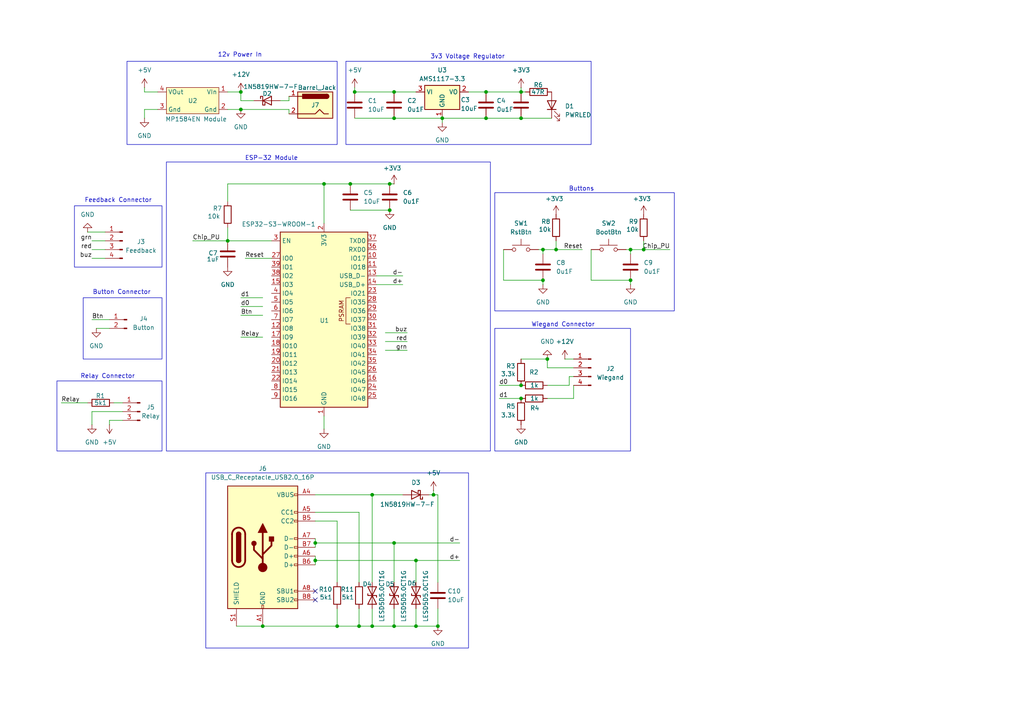
<source format=kicad_sch>
(kicad_sch (version 20250114) (generator "eeschema") (generator_version "9.0")
  (paper "A4")
  (title_block (title "HMIS Lock Module") (company "Leicester Hackspace Ltd"))
  (lib_symbols
    (symbol "Connector:Barrel_Jack" (pin_names (offset 1.016))
      (property "Reference" "J" (at 0 5.334 0))
      (property "Value" "Barrel_Jack" (at 0 -5.08 0))
      (symbol "Barrel_Jack_0_1"
        (rectangle (start -5.08 3.81) (end 5.08 -3.81) (stroke (width 0.254)) (fill (type background)))
        (polyline (pts (xy -3.81 -2.54) (xy -2.54 -2.54) (xy -1.27 -1.27) (xy 0 -2.54) (xy 2.54 -2.54) (xy 5.08 -2.54)) (stroke (width 0.254)))
        (arc (start -3.302 1.905) (mid -3.9343 2.54) (end -3.302 3.175) (stroke (width 0.254)))
        (arc (start -3.302 1.905) (mid -3.9343 2.54) (end -3.302 3.175) (stroke (width 0.254)) (fill (type outline)))
        (rectangle (start 3.683 3.175) (end -3.302 1.905) (stroke (width 0.254)) (fill (type outline)))
        (polyline (pts (xy 5.08 2.54) (xy 3.81 2.54)) (stroke (width 0.254)))
      )
      (symbol "Barrel_Jack_1_1"
        (pin passive line (at 7.62 2.54 180) (length 2.54) (name "~") (number "1"))
        (pin passive line (at 7.62 -2.54 180) (length 2.54) (name "~") (number "2"))
      )
    )
    (symbol "Connector:Conn_01x02_Pin" (pin_names (offset 1.016) (hide yes))
      (property "Reference" "J" (at 0 2.54 0))
      (property "Value" "Conn_01x02_Pin" (at 0 -5.08 0))
      (symbol "Conn_01x02_Pin_1_1"
        (rectangle (start 0.8636 0.127) (end 0 -0.127) (stroke (width 0.1524)) (fill (type outline)))
        (rectangle (start 0.8636 -2.413) (end 0 -2.667) (stroke (width 0.1524)) (fill (type outline)))
        (polyline (pts (xy 1.27 0) (xy 0.8636 0)) (stroke (width 0.1524)))
        (polyline (pts (xy 1.27 -2.54) (xy 0.8636 -2.54)) (stroke (width 0.1524)))
        (pin passive line (at 5.08 0 180) (length 3.81) (name "Pin_1") (number "1"))
        (pin passive line (at 5.08 -2.54 180) (length 3.81) (name "Pin_2") (number "2"))
      )
    )
    (symbol "Connector:Conn_01x03_Pin" (pin_names (offset 1.016) (hide yes))
      (property "Reference" "J" (at 0 5.08 0))
      (property "Value" "Conn_01x03_Pin" (at 0 -5.08 0))
      (symbol "Conn_01x03_Pin_1_1"
        (rectangle (start 0.8636 2.667) (end 0 2.413) (stroke (width 0.1524)) (fill (type outline)))
        (rectangle (start 0.8636 0.127) (end 0 -0.127) (stroke (width 0.1524)) (fill (type outline)))
        (rectangle (start 0.8636 -2.413) (end 0 -2.667) (stroke (width 0.1524)) (fill (type outline)))
        (polyline (pts (xy 1.27 2.54) (xy 0.8636 2.54)) (stroke (width 0.1524)))
        (polyline (pts (xy 1.27 0) (xy 0.8636 0)) (stroke (width 0.1524)))
        (polyline (pts (xy 1.27 -2.54) (xy 0.8636 -2.54)) (stroke (width 0.1524)))
        (pin passive line (at 5.08 2.54 180) (length 3.81) (name "Pin_1") (number "1"))
        (pin passive line (at 5.08 0 180) (length 3.81) (name "Pin_2") (number "2"))
        (pin passive line (at 5.08 -2.54 180) (length 3.81) (name "Pin_3") (number "3"))
      )
    )
    (symbol "Connector:Conn_01x04_Pin" (pin_names (offset 1.016) (hide yes))
      (property "Reference" "J" (at 0 5.08 0))
      (property "Value" "Conn_01x04_Pin" (at 0 -7.62 0))
      (symbol "Conn_01x04_Pin_1_1"
        (rectangle (start 0.8636 2.667) (end 0 2.413) (stroke (width 0.1524)) (fill (type outline)))
        (rectangle (start 0.8636 0.127) (end 0 -0.127) (stroke (width 0.1524)) (fill (type outline)))
        (rectangle (start 0.8636 -2.413) (end 0 -2.667) (stroke (width 0.1524)) (fill (type outline)))
        (rectangle (start 0.8636 -4.953) (end 0 -5.207) (stroke (width 0.1524)) (fill (type outline)))
        (polyline (pts (xy 1.27 2.54) (xy 0.8636 2.54)) (stroke (width 0.1524)))
        (polyline (pts (xy 1.27 0) (xy 0.8636 0)) (stroke (width 0.1524)))
        (polyline (pts (xy 1.27 -2.54) (xy 0.8636 -2.54)) (stroke (width 0.1524)))
        (polyline (pts (xy 1.27 -5.08) (xy 0.8636 -5.08)) (stroke (width 0.1524)))
        (pin passive line (at 5.08 2.54 180) (length 3.81) (name "Pin_1") (number "1"))
        (pin passive line (at 5.08 0 180) (length 3.81) (name "Pin_2") (number "2"))
        (pin passive line (at 5.08 -2.54 180) (length 3.81) (name "Pin_3") (number "3"))
        (pin passive line (at 5.08 -5.08 180) (length 3.81) (name "Pin_4") (number "4"))
      )
    )
    (symbol "Connector:USB_C_Receptacle_USB2.0_16P" (pin_names (offset 1.016))
      (property "Reference" "J" (at 0 22.225 0))
      (property "Value" "USB_C_Receptacle_USB2.0_16P" (at 0 19.685 0))
      (symbol "USB_C_Receptacle_USB2.0_16P_0_0"
        (rectangle (start -0.254 -17.78) (end 0.254 -16.764))
        (rectangle (start 10.16 15.494) (end 9.144 14.986))
        (rectangle (start 10.16 10.414) (end 9.144 9.906))
        (rectangle (start 10.16 7.874) (end 9.144 7.366))
        (rectangle (start 10.16 2.794) (end 9.144 2.286))
        (rectangle (start 10.16 0.254) (end 9.144 -0.254))
        (rectangle (start 10.16 -2.286) (end 9.144 -2.794))
        (rectangle (start 10.16 -4.826) (end 9.144 -5.334))
        (rectangle (start 10.16 -12.446) (end 9.144 -12.954))
        (rectangle (start 10.16 -14.986) (end 9.144 -15.494))
      )
      (symbol "USB_C_Receptacle_USB2.0_16P_0_1"
        (rectangle (start -10.16 17.78) (end 10.16 -17.78) (stroke (width 0.254)) (fill (type background)))
        (polyline (pts (xy -8.89 -3.81) (xy -8.89 3.81)) (stroke (width 0.508)))
        (rectangle (start -7.62 -3.81) (end -6.35 3.81) (stroke (width 0.254)) (fill (type outline)))
        (arc (start -7.62 3.81) (mid -6.985 4.4423) (end -6.35 3.81) (stroke (width 0.254)))
        (arc (start -7.62 3.81) (mid -6.985 4.4423) (end -6.35 3.81) (stroke (width 0.254)) (fill (type outline)))
        (arc (start -8.89 3.81) (mid -6.985 5.7067) (end -5.08 3.81) (stroke (width 0.508)))
        (arc (start -5.08 -3.81) (mid -6.985 -5.7067) (end -8.89 -3.81) (stroke (width 0.508)))
        (arc (start -6.35 -3.81) (mid -6.985 -4.4423) (end -7.62 -3.81) (stroke (width 0.254)))
        (arc (start -6.35 -3.81) (mid -6.985 -4.4423) (end -7.62 -3.81) (stroke (width 0.254)) (fill (type outline)))
        (polyline (pts (xy -5.08 3.81) (xy -5.08 -3.81)) (stroke (width 0.508)))
        (circle (center -2.54 1.143) (radius 0.635) (stroke (width 0.254)) (fill (type outline)))
        (polyline (pts (xy -1.27 4.318) (xy 0 6.858) (xy 1.27 4.318) (xy -1.27 4.318)) (stroke (width 0.254)) (fill (type outline)))
        (polyline (pts (xy 0 -2.032) (xy 2.54 0.508) (xy 2.54 1.778)) (stroke (width 0.508)))
        (polyline (pts (xy 0 -3.302) (xy -2.54 -0.762) (xy -2.54 0.508)) (stroke (width 0.508)))
        (polyline (pts (xy 0 -5.842) (xy 0 4.318)) (stroke (width 0.508)))
        (circle (center 0 -5.842) (radius 1.27) (fill (type outline)))
        (rectangle (start 1.905 1.778) (end 3.175 3.048) (stroke (width 0.254)) (fill (type outline)))
      )
      (symbol "USB_C_Receptacle_USB2.0_16P_1_1"
        (pin passive line (at -7.62 -22.86 90) (length 5.08) (name "SHIELD") (number "S1"))
        (pin passive line (at 0 -22.86 90) (length 5.08) (name "GND") (number "A1"))
        (pin passive line (at 0 -22.86 90) (length 5.08) (hide yes) (name "GND") (number "A12"))
        (pin passive line (at 0 -22.86 90) (length 5.08) (hide yes) (name "GND") (number "B1"))
        (pin passive line (at 0 -22.86 90) (length 5.08) (hide yes) (name "GND") (number "B12"))
        (pin passive line (at 15.24 15.24 180) (length 5.08) (name "VBUS") (number "A4"))
        (pin passive line (at 15.24 15.24 180) (length 5.08) (hide yes) (name "VBUS") (number "A9"))
        (pin passive line (at 15.24 15.24 180) (length 5.08) (hide yes) (name "VBUS") (number "B4"))
        (pin passive line (at 15.24 15.24 180) (length 5.08) (hide yes) (name "VBUS") (number "B9"))
        (pin bidirectional line (at 15.24 10.16 180) (length 5.08) (name "CC1") (number "A5"))
        (pin bidirectional line (at 15.24 7.62 180) (length 5.08) (name "CC2") (number "B5"))
        (pin bidirectional line (at 15.24 2.54 180) (length 5.08) (name "D-") (number "A7"))
        (pin bidirectional line (at 15.24 0 180) (length 5.08) (name "D-") (number "B7"))
        (pin bidirectional line (at 15.24 -2.54 180) (length 5.08) (name "D+") (number "A6"))
        (pin bidirectional line (at 15.24 -5.08 180) (length 5.08) (name "D+") (number "B6"))
        (pin bidirectional line (at 15.24 -12.7 180) (length 5.08) (name "SBU1") (number "A8"))
        (pin bidirectional line (at 15.24 -15.24 180) (length 5.08) (name "SBU2") (number "B8"))
      )
    )
    (symbol "Device:C" (pin_numbers (hide yes)) (pin_names (offset 0.254))
      (property "Reference" "C" (at 0.635 2.54 0))
      (property "Value" "C" (at 0.635 -2.54 0))
      (symbol "C_0_1"
        (polyline (pts (xy -2.032 0.762) (xy 2.032 0.762)) (stroke (width 0.508)))
        (polyline (pts (xy -2.032 -0.762) (xy 2.032 -0.762)) (stroke (width 0.508)))
      )
      (symbol "C_1_1"
        (pin passive line (at 0 3.81 270) (length 2.794) (name "~") (number "1"))
        (pin passive line (at 0 -3.81 90) (length 2.794) (name "~") (number "2"))
      )
    )
    (symbol "Device:D_Schottky" (pin_numbers (hide yes)) (pin_names (offset 1.016) (hide yes))
      (property "Reference" "D" (at 0 2.54 0))
      (property "Value" "D_Schottky" (at 0 -2.54 0))
      (symbol "D_Schottky_0_1"
        (polyline (pts (xy -1.905 0.635) (xy -1.905 1.27) (xy -1.27 1.27) (xy -1.27 -1.27) (xy -0.635 -1.27) (xy -0.635 -0.635)) (stroke (width 0.254)))
        (polyline (pts (xy 1.27 1.27) (xy 1.27 -1.27) (xy -1.27 0) (xy 1.27 1.27)) (stroke (width 0.254)))
        (polyline (pts (xy 1.27 0) (xy -1.27 0)))
      )
      (symbol "D_Schottky_1_1"
        (pin passive line (at -3.81 0 0) (length 2.54) (name "K") (number "1"))
        (pin passive line (at 3.81 0 180) (length 2.54) (name "A") (number "2"))
      )
    )
    (symbol "Device:D_TVS" (pin_numbers (hide yes)) (pin_names (offset 1.016) (hide yes))
      (property "Reference" "D" (at 0 2.54 0))
      (property "Value" "D_TVS" (at 0 -2.54 0))
      (symbol "D_TVS_0_1"
        (polyline (pts (xy -2.54 1.27) (xy -2.54 -1.27) (xy 2.54 1.27) (xy 2.54 -1.27) (xy -2.54 1.27)) (stroke (width 0.254)))
        (polyline (pts (xy 0.508 1.27) (xy 0 1.27) (xy 0 -1.27) (xy -0.508 -1.27)) (stroke (width 0.254)))
        (polyline (pts (xy 1.27 0) (xy -1.27 0)))
      )
      (symbol "D_TVS_1_1"
        (pin passive line (at -3.81 0 0) (length 2.54) (name "A1") (number "1"))
        (pin passive line (at 3.81 0 180) (length 2.54) (name "A2") (number "2"))
      )
    )
    (symbol "Device:LED" (pin_numbers (hide yes)) (pin_names (offset 1.016) (hide yes))
      (property "Reference" "D" (at 0 2.54 0))
      (property "Value" "LED" (at 0 -2.54 0))
      (symbol "LED_0_1"
        (polyline (pts (xy -3.048 -0.762) (xy -4.572 -2.286) (xy -3.81 -2.286) (xy -4.572 -2.286) (xy -4.572 -1.524)))
        (polyline (pts (xy -1.778 -0.762) (xy -3.302 -2.286) (xy -2.54 -2.286) (xy -3.302 -2.286) (xy -3.302 -1.524)))
        (polyline (pts (xy -1.27 0) (xy 1.27 0)))
        (polyline (pts (xy -1.27 -1.27) (xy -1.27 1.27)) (stroke (width 0.254)))
        (polyline (pts (xy 1.27 -1.27) (xy 1.27 1.27) (xy -1.27 0) (xy 1.27 -1.27)) (stroke (width 0.254)))
      )
      (symbol "LED_1_1"
        (pin passive line (at -3.81 0 0) (length 2.54) (name "K") (number "1"))
        (pin passive line (at 3.81 0 180) (length 2.54) (name "A") (number "2"))
      )
    )
    (symbol "Device:R" (pin_numbers (hide yes)) (pin_names (offset 0))
      (property "Reference" "R" (at 2.032 0 90))
      (property "Value" "R" (at 0 0 90))
      (symbol "R_0_1"
        (rectangle (start -1.016 -2.54) (end 1.016 2.54) (stroke (width 0.254)))
      )
      (symbol "R_1_1"
        (pin passive line (at 0 3.81 270) (length 1.27) (name "~") (number "1"))
        (pin passive line (at 0 -3.81 90) (length 1.27) (name "~") (number "2"))
      )
    )
    (symbol "RF_Module:ESP32-S3-WROOM-1"
      (property "Reference" "U" (at -12.7 26.67 0))
      (property "Value" "ESP32-S3-WROOM-1" (at 12.7 26.67 0))
      (symbol "ESP32-S3-WROOM-1_0_0"
        (rectangle (start -12.7 25.4) (end 12.7 -25.4) (stroke (width 0.254)) (fill (type background)))
        (text "PSRAM" (at 5.08 2.54 900) (effects (font (size 1.27 1.27))))
      )
      (symbol "ESP32-S3-WROOM-1_0_1"
        (polyline (pts (xy 7.62 -1.27) (xy 6.35 -1.27) (xy 6.35 6.35) (xy 7.62 6.35)))
      )
      (symbol "ESP32-S3-WROOM-1_1_1"
        (pin input line (at -15.24 22.86 0) (length 2.54) (name "EN") (number "3"))
        (pin bidirectional line (at -15.24 17.78 0) (length 2.54) (name "IO0") (number "27"))
        (pin bidirectional line (at -15.24 15.24 0) (length 2.54) (name "IO1") (number "39"))
        (pin bidirectional line (at -15.24 12.7 0) (length 2.54) (name "IO2") (number "38"))
        (pin bidirectional line (at -15.24 10.16 0) (length 2.54) (name "IO3") (number "15"))
        (pin bidirectional line (at -15.24 7.62 0) (length 2.54) (name "IO4") (number "4"))
        (pin bidirectional line (at -15.24 5.08 0) (length 2.54) (name "IO5") (number "5"))
        (pin bidirectional line (at -15.24 2.54 0) (length 2.54) (name "IO6") (number "6"))
        (pin bidirectional line (at -15.24 0 0) (length 2.54) (name "IO7") (number "7"))
        (pin bidirectional line (at -15.24 -2.54 0) (length 2.54) (name "IO8") (number "12"))
        (pin bidirectional line (at -15.24 -5.08 0) (length 2.54) (name "IO9") (number "17"))
        (pin bidirectional line (at -15.24 -7.62 0) (length 2.54) (name "IO10") (number "18"))
        (pin bidirectional line (at -15.24 -10.16 0) (length 2.54) (name "IO11") (number "19"))
        (pin bidirectional line (at -15.24 -12.7 0) (length 2.54) (name "IO12") (number "20"))
        (pin bidirectional line (at -15.24 -15.24 0) (length 2.54) (name "IO13") (number "21"))
        (pin bidirectional line (at -15.24 -17.78 0) (length 2.54) (name "IO14") (number "22"))
        (pin bidirectional line (at -15.24 -20.32 0) (length 2.54) (name "IO15") (number "8"))
        (pin bidirectional line (at -15.24 -22.86 0) (length 2.54) (name "IO16") (number "9"))
        (pin power_in line (at 0 27.94 270) (length 2.54) (name "3V3") (number "2"))
        (pin power_in line (at 0 -27.94 90) (length 2.54) (name "GND") (number "1"))
        (pin passive line (at 0 -27.94 90) (length 2.54) (hide yes) (name "GND") (number "40"))
        (pin passive line (at 0 -27.94 90) (length 2.54) (hide yes) (name "GND") (number "41"))
        (pin bidirectional line (at 15.24 22.86 180) (length 2.54) (name "TXD0") (number "37"))
        (pin bidirectional line (at 15.24 20.32 180) (length 2.54) (name "RXD0") (number "36"))
        (pin bidirectional line (at 15.24 17.78 180) (length 2.54) (name "IO17") (number "10"))
        (pin bidirectional line (at 15.24 15.24 180) (length 2.54) (name "IO18") (number "11"))
        (pin bidirectional line (at 15.24 12.7 180) (length 2.54) (name "USB_D-") (number "13"))
        (pin bidirectional line (at 15.24 10.16 180) (length 2.54) (name "USB_D+") (number "14"))
        (pin bidirectional line (at 15.24 7.62 180) (length 2.54) (name "IO21") (number "23"))
        (pin bidirectional line (at 15.24 5.08 180) (length 2.54) (name "IO35") (number "28"))
        (pin bidirectional line (at 15.24 2.54 180) (length 2.54) (name "IO36") (number "29"))
        (pin bidirectional line (at 15.24 0 180) (length 2.54) (name "IO37") (number "30"))
        (pin bidirectional line (at 15.24 -2.54 180) (length 2.54) (name "IO38") (number "31"))
        (pin bidirectional line (at 15.24 -5.08 180) (length 2.54) (name "IO39") (number "32"))
        (pin bidirectional line (at 15.24 -7.62 180) (length 2.54) (name "IO40") (number "33"))
        (pin bidirectional line (at 15.24 -10.16 180) (length 2.54) (name "IO41") (number "34"))
        (pin bidirectional line (at 15.24 -12.7 180) (length 2.54) (name "IO42") (number "35"))
        (pin bidirectional line (at 15.24 -15.24 180) (length 2.54) (name "IO45") (number "26"))
        (pin bidirectional line (at 15.24 -17.78 180) (length 2.54) (name "IO46") (number "16"))
        (pin bidirectional line (at 15.24 -20.32 180) (length 2.54) (name "IO47") (number "24"))
        (pin bidirectional line (at 15.24 -22.86 180) (length 2.54) (name "IO48") (number "25"))
      )
    )
    (symbol "Regulator_Linear:AMS1117-3.3"
      (property "Reference" "U" (at -3.81 3.175 0))
      (property "Value" "AMS1117-3.3" (at 0 3.175 0))
      (symbol "AMS1117-3.3_0_1"
        (rectangle (start -5.08 -5.08) (end 5.08 1.905) (stroke (width 0.254)) (fill (type background)))
      )
      (symbol "AMS1117-3.3_1_1"
        (pin power_in line (at -7.62 0 0) (length 2.54) (name "VI") (number "3"))
        (pin power_in line (at 0 -7.62 90) (length 2.54) (name "GND") (number "1"))
        (pin power_out line (at 7.62 0 180) (length 2.54) (name "VO") (number "2"))
      )
    )
    (symbol "Switch:SW_Push" (pin_numbers (hide yes)) (pin_names (offset 1.016) (hide yes))
      (property "Reference" "SW" (at 1.27 2.54 0))
      (property "Value" "SW_Push" (at 0 -1.524 0))
      (symbol "SW_Push_0_1"
        (circle (center -2.032 0) (radius 0.508))
        (polyline (pts (xy 0 1.27) (xy 0 3.048)))
        (circle (center 2.032 0) (radius 0.508))
        (polyline (pts (xy 2.54 1.27) (xy -2.54 1.27)))
        (pin passive line (at -5.08 0 0) (length 2.54) (name "1") (number "1"))
        (pin passive line (at 5.08 0 180) (length 2.54) (name "2") (number "2"))
      )
    )
    (symbol "jacobs-libs:MP1584EN_Module"
      (property "Reference" "U" (at -7.112 4.826 0))
      (property "Value" "MP1584EN Module" (at 1.016 -4.826 0))
      (symbol "MP1584EN_Module_1_1"
        (rectangle (start -7.62 3.81) (end 7.62 -3.81) (fill (type background)))
        (pin power_out line (at -10.16 2.54 0) (length 2.54) (name "VOut") (number "4"))
        (pin power_out line (at -10.16 -2.54 0) (length 2.54) (name "Gnd") (number "3"))
        (pin power_in line (at 10.16 2.54 180) (length 2.54) (name "VIn") (number "1"))
        (pin power_in line (at 10.16 -2.54 180) (length 2.54) (name "Gnd") (number "2"))
      )
    )
    (symbol "power:+12V" (power) (pin_numbers (hide yes)) (pin_names (offset 0) (hide yes))
      (property "Value" "+12V" (at 0 3.556 0))
      (symbol "+12V_0_1"
        (polyline (pts (xy -0.762 1.27) (xy 0 2.54)))
        (polyline (pts (xy 0 2.54) (xy 0.762 1.27)))
        (polyline (pts (xy 0 0) (xy 0 2.54)))
      )
      (symbol "+12V_1_1"
        (pin power_in line (at 0 0 90) (length 0) (name "~") (number "1"))
      )
    )
    (symbol "power:+3V3" (power) (pin_numbers (hide yes)) (pin_names (offset 0) (hide yes))
      (property "Value" "+3V3" (at 0 3.556 0))
      (symbol "+3V3_0_1"
        (polyline (pts (xy -0.762 1.27) (xy 0 2.54)))
        (polyline (pts (xy 0 2.54) (xy 0.762 1.27)))
        (polyline (pts (xy 0 0) (xy 0 2.54)))
      )
      (symbol "+3V3_1_1"
        (pin power_in line (at 0 0 90) (length 0) (name "~") (number "1"))
      )
    )
    (symbol "power:+5V" (power) (pin_numbers (hide yes)) (pin_names (offset 0) (hide yes))
      (property "Value" "+5V" (at 0 3.556 0))
      (symbol "+5V_0_1"
        (polyline (pts (xy -0.762 1.27) (xy 0 2.54)))
        (polyline (pts (xy 0 2.54) (xy 0.762 1.27)))
        (polyline (pts (xy 0 0) (xy 0 2.54)))
      )
      (symbol "+5V_1_1"
        (pin power_in line (at 0 0 90) (length 0) (name "~") (number "1"))
      )
    )
    (symbol "power:GND" (power) (pin_numbers (hide yes)) (pin_names (offset 0) (hide yes))
      (property "Value" "GND" (at 0 -3.81 0))
      (symbol "GND_0_1"
        (polyline (pts (xy 0 0) (xy 0 -1.27) (xy 1.27 -1.27) (xy 0 -2.54) (xy -1.27 -1.27) (xy 0 -1.27)))
      )
      (symbol "GND_1_1"
        (pin power_in line (at 0 0 270) (length 0) (name "~") (number "1"))
      )
    )
  )
  (rectangle (start 59.69 137.16) (end 135.89 187.96))
  (rectangle (start 36.83 17.78) (end 97.79 41.91))
  (rectangle (start 21.59 59.69) (end 46.99 77.47))
  (rectangle (start 100.33 17.78) (end 171.45 41.91))
  (rectangle (start 24.13 86.36) (end 46.99 104.14))
  (rectangle (start 143.51 95.25) (end 182.88 130.81))
  (rectangle (start 48.26 46.99) (end 142.24 130.81))
  (rectangle (start 16.51 110.49) (end 46.99 130.81))
  (rectangle (start 143.51 55.88) (end 195.58 90.17))
  (text "Relay Connector" (at 31.242 109.22 0) (effects (font (size 1.27 1.27))))
  (text "Wiegand Connector" (at 163.322 94.234 0) (effects (font (size 1.27 1.27))))
  (text "Feedback Connector" (at 34.29 58.166 0) (effects (font (size 1.27 1.27))))
  (text "ESP-32 Module" (at 78.74 45.974 0) (effects (font (size 1.27 1.27))))
  (text "3v3 Voltage Regulator" (at 135.636 16.51 0) (effects (font (size 1.27 1.27))))
  (text "Buttons" (at 168.656 54.864 0) (effects (font (size 1.27 1.27))))
  (text "12v Power In" (at 69.596 16.002 0) (effects (font (size 1.27 1.27))))
  (text "Button Connector" (at 35.306 84.836 0) (effects (font (size 1.27 1.27))))
  (junction (at 182.88 81.28))
  (junction (at 151.13 34.29))
  (junction (at 69.85 31.75))
  (junction (at 161.29 72.39))
  (junction (at 120.65 162.56))
  (junction (at 114.3 157.48))
  (junction (at 97.79 181.61))
  (junction (at 157.48 72.39))
  (junction (at 107.95 181.61))
  (junction (at 114.3 181.61))
  (junction (at 113.03 60.96))
  (junction (at 93.98 53.34))
  (junction (at 157.48 81.28))
  (junction (at 66.04 69.85))
  (junction (at 127 181.61))
  (junction (at 151.13 115.57))
  (junction (at 125.73 143.51))
  (junction (at 128.27 34.29))
  (junction (at 151.13 111.76))
  (junction (at 113.03 53.34))
  (junction (at 101.6 53.34))
  (junction (at 104.14 181.61))
  (junction (at 120.65 181.61))
  (junction (at 69.85 26.67))
  (junction (at 114.3 34.29))
  (junction (at 140.97 26.67))
  (junction (at 186.69 72.39))
  (junction (at 158.75 104.14))
  (junction (at 91.44 162.56))
  (junction (at 151.13 26.67))
  (junction (at 102.87 26.67))
  (junction (at 76.2 181.61))
  (junction (at 140.97 34.29))
  (junction (at 114.3 26.67))
  (junction (at 91.44 157.48))
  (junction (at 107.95 143.51))
  (junction (at 182.88 72.39))
  (no_connect (at 91.44 173.99))
  (no_connect (at 91.44 171.45))
  (wire (pts (xy 107.95 181.61) (xy 114.3 181.61)))
  (wire (pts (xy 157.48 72.39) (xy 161.29 72.39)))
  (wire (pts (xy 163.83 104.14) (xy 166.37 104.14)))
  (wire (pts (xy 186.69 72.39) (xy 194.31 72.39)))
  (wire (pts (xy 114.3 176.53) (xy 114.3 181.61)))
  (wire (pts (xy 114.3 26.67) (xy 120.65 26.67)))
  (wire (pts (xy 111.76 96.52) (xy 118.11 96.52)))
  (wire (pts (xy 91.44 143.51) (xy 107.95 143.51)))
  (wire (pts (xy 69.85 29.21) (xy 73.66 29.21)))
  (wire (pts (xy 102.87 25.4) (xy 102.87 26.67)))
  (wire (pts (xy 97.79 151.13) (xy 91.44 151.13)))
  (wire (pts (xy 69.85 86.36) (xy 76.2 86.36)))
  (wire (pts (xy 45.72 26.67) (xy 41.91 26.67)))
  (wire (pts (xy 69.85 91.44) (xy 76.2 91.44)))
  (wire (pts (xy 26.67 72.39) (xy 30.48 72.39)))
  (wire (pts (xy 66.04 53.34) (xy 66.04 58.42)))
  (wire (pts (xy 41.91 31.75) (xy 41.91 34.29)))
  (wire (pts (xy 151.13 25.4) (xy 151.13 26.67)))
  (wire (pts (xy 31.75 121.92) (xy 35.56 121.92)))
  (wire (pts (xy 111.76 99.06) (xy 118.11 99.06)))
  (wire (pts (xy 182.88 73.66) (xy 182.88 72.39)))
  (wire (pts (xy 26.67 119.38) (xy 26.67 123.19)))
  (wire (pts (xy 93.98 53.34) (xy 93.98 64.77)))
  (wire (pts (xy 69.85 31.75) (xy 83.82 31.75)))
  (wire (pts (xy 120.65 162.56) (xy 120.65 168.91)))
  (wire (pts (xy 81.28 29.21) (xy 83.82 29.21)))
  (wire (pts (xy 140.97 34.29) (xy 151.13 34.29)))
  (wire (pts (xy 166.37 115.57) (xy 166.37 111.76)))
  (wire (pts (xy 166.37 106.68) (xy 158.75 106.68)))
  (wire (pts (xy 71.12 74.93) (xy 78.74 74.93)))
  (wire (pts (xy 91.44 162.56) (xy 91.44 163.83)))
  (wire (pts (xy 66.04 53.34) (xy 93.98 53.34)))
  (wire (pts (xy 104.14 181.61) (xy 107.95 181.61)))
  (wire (pts (xy 114.3 53.34) (xy 113.03 53.34)))
  (wire (pts (xy 161.29 72.39) (xy 168.91 72.39)))
  (wire (pts (xy 109.22 82.55) (xy 116.84 82.55)))
  (wire (pts (xy 158.75 104.14) (xy 158.75 106.68)))
  (wire (pts (xy 76.2 181.61) (xy 97.79 181.61)))
  (wire (pts (xy 91.44 157.48) (xy 91.44 158.75)))
  (wire (pts (xy 120.65 162.56) (xy 133.35 162.56)))
  (wire (pts (xy 186.69 69.85) (xy 186.69 72.39)))
  (wire (pts (xy 165.1 109.22) (xy 165.1 111.76)))
  (wire (pts (xy 182.88 72.39) (xy 181.61 72.39)))
  (wire (pts (xy 151.13 26.67) (xy 152.4 26.67)))
  (wire (pts (xy 128.27 34.29) (xy 140.97 34.29)))
  (wire (pts (xy 91.44 156.21) (xy 91.44 157.48)))
  (wire (pts (xy 31.75 123.19) (xy 31.75 121.92)))
  (wire (pts (xy 157.48 82.55) (xy 157.48 81.28)))
  (wire (pts (xy 69.85 97.79) (xy 76.2 97.79)))
  (wire (pts (xy 107.95 176.53) (xy 107.95 181.61)))
  (wire (pts (xy 27.94 95.25) (xy 31.75 95.25)))
  (wire (pts (xy 17.78 116.84) (xy 25.4 116.84)))
  (wire (pts (xy 35.56 119.38) (xy 26.67 119.38)))
  (wire (pts (xy 102.87 34.29) (xy 114.3 34.29)))
  (wire (pts (xy 114.3 157.48) (xy 133.35 157.48)))
  (wire (pts (xy 135.89 26.67) (xy 140.97 26.67)))
  (wire (pts (xy 91.44 148.59) (xy 104.14 148.59)))
  (wire (pts (xy 101.6 53.34) (xy 113.03 53.34)))
  (wire (pts (xy 66.04 31.75) (xy 69.85 31.75)))
  (wire (pts (xy 161.29 69.85) (xy 161.29 72.39)))
  (wire (pts (xy 26.67 69.85) (xy 30.48 69.85)))
  (wire (pts (xy 114.3 181.61) (xy 120.65 181.61)))
  (wire (pts (xy 69.85 88.9) (xy 76.2 88.9)))
  (wire (pts (xy 104.14 176.53) (xy 104.14 181.61)))
  (wire (pts (xy 128.27 34.29) (xy 128.27 35.56)))
  (wire (pts (xy 114.3 34.29) (xy 128.27 34.29)))
  (wire (pts (xy 120.65 181.61) (xy 127 181.61)))
  (wire (pts (xy 171.45 81.28) (xy 182.88 81.28)))
  (wire (pts (xy 45.72 31.75) (xy 41.91 31.75)))
  (wire (pts (xy 104.14 148.59) (xy 104.14 168.91)))
  (wire (pts (xy 127 176.53) (xy 127 181.61)))
  (wire (pts (xy 69.85 26.67) (xy 66.04 26.67)))
  (wire (pts (xy 107.95 143.51) (xy 107.95 168.91)))
  (wire (pts (xy 144.78 111.76) (xy 151.13 111.76)))
  (wire (pts (xy 83.82 31.75) (xy 83.82 33.02)))
  (wire (pts (xy 41.91 26.67) (xy 41.91 25.4)))
  (wire (pts (xy 97.79 168.91) (xy 97.79 151.13)))
  (wire (pts (xy 151.13 104.14) (xy 158.75 104.14)))
  (wire (pts (xy 144.78 115.57) (xy 151.13 115.57)))
  (wire (pts (xy 114.3 157.48) (xy 114.3 168.91)))
  (wire (pts (xy 165.1 109.22) (xy 166.37 109.22)))
  (wire (pts (xy 124.46 143.51) (xy 125.73 143.51)))
  (wire (pts (xy 158.75 115.57) (xy 166.37 115.57)))
  (wire (pts (xy 111.76 101.6) (xy 118.11 101.6)))
  (wire (pts (xy 127 168.91) (xy 127 143.51)))
  (wire (pts (xy 157.48 73.66) (xy 157.48 72.39)))
  (wire (pts (xy 127 143.51) (xy 125.73 143.51)))
  (wire (pts (xy 97.79 176.53) (xy 97.79 181.61)))
  (wire (pts (xy 33.02 116.84) (xy 35.56 116.84)))
  (wire (pts (xy 55.88 69.85) (xy 66.04 69.85)))
  (wire (pts (xy 97.79 181.61) (xy 104.14 181.61)))
  (wire (pts (xy 83.82 29.21) (xy 83.82 27.94)))
  (wire (pts (xy 26.67 92.71) (xy 31.75 92.71)))
  (wire (pts (xy 109.22 80.01) (xy 116.84 80.01)))
  (wire (pts (xy 120.65 162.56) (xy 91.44 162.56)))
  (wire (pts (xy 91.44 157.48) (xy 114.3 157.48)))
  (wire (pts (xy 151.13 34.29) (xy 160.02 34.29)))
  (wire (pts (xy 26.67 74.93) (xy 30.48 74.93)))
  (wire (pts (xy 25.4 67.31) (xy 30.48 67.31)))
  (wire (pts (xy 125.73 142.24) (xy 125.73 143.51)))
  (wire (pts (xy 158.75 111.76) (xy 165.1 111.76)))
  (wire (pts (xy 66.04 69.85) (xy 78.74 69.85)))
  (wire (pts (xy 171.45 72.39) (xy 171.45 81.28)))
  (wire (pts (xy 101.6 60.96) (xy 113.03 60.96)))
  (wire (pts (xy 140.97 26.67) (xy 151.13 26.67)))
  (wire (pts (xy 68.58 181.61) (xy 76.2 181.61)))
  (wire (pts (xy 146.05 72.39) (xy 146.05 81.28)))
  (wire (pts (xy 102.87 26.67) (xy 114.3 26.67)))
  (wire (pts (xy 182.88 72.39) (xy 186.69 72.39)))
  (wire (pts (xy 69.85 29.21) (xy 69.85 26.67)))
  (wire (pts (xy 91.44 161.29) (xy 91.44 162.56)))
  (wire (pts (xy 66.04 66.04) (xy 66.04 69.85)))
  (wire (pts (xy 120.65 176.53) (xy 120.65 181.61)))
  (wire (pts (xy 93.98 53.34) (xy 101.6 53.34)))
  (wire (pts (xy 157.48 72.39) (xy 156.21 72.39)))
  (wire (pts (xy 107.95 143.51) (xy 116.84 143.51)))
  (wire (pts (xy 182.88 82.55) (xy 182.88 81.28)))
  (wire (pts (xy 146.05 81.28) (xy 157.48 81.28)))
  (wire (pts (xy 93.98 124.46) (xy 93.98 120.65)))
  (label "d1" (at 144.78 115.57 0))
  (label "buz" (at 118.11 96.52 180))
  (label "Reset" (at 71.12 74.93 0))
  (label "d-" (at 133.35 157.48 180))
  (label "buz" (at 26.67 74.93 180))
  (label "Relay" (at 69.85 97.79 0))
  (label "Relay" (at 17.78 116.84 0))
  (label "grn" (at 26.67 69.85 180))
  (label "d0" (at 69.85 88.9 0))
  (label "d0" (at 144.78 111.76 0))
  (label "d+" (at 116.84 82.55 180))
  (label "Btn" (at 69.85 91.44 0))
  (label "Chip_PU" (at 55.88 69.85 0))
  (label "Chip_PU" (at 194.31 72.39 180))
  (label "red" (at 118.11 99.06 180))
  (label "d1" (at 69.85 86.36 0))
  (label "d+" (at 133.35 162.56 180))
  (label "red" (at 26.67 72.39 180))
  (label "Reset" (at 168.91 72.39 180))
  (label "d-" (at 116.84 80.01 180))
  (label "grn" (at 118.11 101.6 180))
  (label "Btn" (at 26.67 92.71 0))
  (symbol (lib_id "Device:C") (at 157.48 77.47 0) (unit 1)
    (property "Reference" "C8" (at 161.29 76.1999 0) (effects (justify left)))
    (property "Value" "0u1F" (at 161.29 78.7399 0) (effects (justify left)))
    (property "Footprint" "Capacitor_SMD:C_0805_2012Metric" (effects (hide yes)))
    (property "Description" "Unpolarized capacitor" (effects (hide yes)))
  )
  (symbol (lib_id "power:GND") (at 128.27 35.56 0) (unit 1)
    (property "Reference" "#PWR06" (effects (hide yes)))
    (property "Value" "GND" (at 128.27 40.64 0))
    (property "Description" "Power symbol creates a global label with name \"GND\" , ground" (effects (hide yes)))
  )
  (symbol (lib_id "power:+3V3") (at 114.3 53.34 0) (unit 1)
    (property "Reference" "#PWR01" (effects (hide yes)))
    (property "Value" "+3V3" (at 113.792 48.768 0))
    (property "Description" "Power symbol creates a global label with name \"+3V3\"" (effects (hide yes)))
  )
  (symbol (lib_id "Device:R") (at 97.79 172.72 0) (unit 1)
    (property "Reference" "R10" (at 92.456 170.942 0) (effects (justify left)))
    (property "Value" "5k1" (at 92.71 173.228 0) (effects (justify left)))
    (property "Footprint" "Resistor_SMD:R_0805_2012Metric" (effects (hide yes)))
    (property "Description" "Resistor" (effects (hide yes)))
  )
  (symbol (lib_id "power:GND") (at 26.67 123.19 0) (unit 1)
    (property "Reference" "#PWR08" (effects (hide yes)))
    (property "Value" "GND" (at 26.67 128.27 0))
    (property "Description" "Power symbol creates a global label with name \"GND\" , ground" (effects (hide yes)))
  )
  (symbol (lib_id "power:+3V3") (at 161.29 62.23 0) (unit 1)
    (property "Reference" "#PWR020" (effects (hide yes)))
    (property "Value" "+3V3" (at 160.782 57.658 0))
    (property "Description" "Power symbol creates a global label with name \"+3V3\"" (effects (hide yes)))
  )
  (symbol (lib_id "Device:R") (at 154.94 111.76 90) (unit 1)
    (property "Reference" "R2" (at 156.21 107.95 90) (effects (justify left)))
    (property "Value" "1k" (at 156.21 111.76 90) (effects (justify left)))
    (property "Footprint" "Resistor_SMD:R_0805_2012Metric" (effects (hide yes)))
    (property "Description" "Resistor" (effects (hide yes)))
  )
  (symbol (lib_id "Device:C") (at 102.87 30.48 0) (unit 1)
    (property "Reference" "C1" (at 106.68 29.2099 0) (effects (justify left)))
    (property "Value" "10uF" (at 106.68 31.7499 0) (effects (justify left)))
    (property "Footprint" "Capacitor_SMD:C_0805_2012Metric" (effects (hide yes)))
    (property "Description" "Unpolarized capacitor" (effects (hide yes)))
  )
  (symbol (lib_id "jacobs-libs:MP1584EN_Module") (at 55.88 29.21 0) (unit 1)
    (property "Reference" "U2" (at 55.88 29.21 0))
    (property "Value" "MP1584EN Module" (at 56.896 34.544 0))
    (property "Footprint" "jacob-libs:MP1584EN Module" (effects (hide yes)))
    (property "Datasheet" "https://mm.digikey.com/Volume0/opasdata/d220001/medias/docus/1231/106990005_Web.pdf" (effects (hide yes)))
    (property "Description" "A DC to DC buck converter module using the MP1584EN chip" (effects (hide yes)))
  )
  (symbol (lib_id "Switch:SW_Push") (at 176.53 72.39 0) (unit 1)
    (property "Reference" "SW2" (at 176.53 64.77 0))
    (property "Value" "BootBtn" (at 176.53 67.31 0))
    (property "Footprint" "jacob-libs:SW-SMD_L4.0-W2.9-LS5.0" (effects (hide yes)))
    (property "Description" "Push button switch, generic, two pins" (effects (hide yes)))
  )
  (symbol (lib_id "Device:D_TVS") (at 120.65 172.72 90) (unit 1)
    (property "Reference" "D6" (at 118.11 169.164 90) (effects (justify right)))
    (property "Value" "LESD5D5.0CT1G" (at 123.444 165.354 0) (effects (justify right)))
    (property "Footprint" "Diode_SMD:D_SOD-523" (effects (hide yes)))
    (property "Description" "Bidirectional transient-voltage-suppression diode" (effects (hide yes)))
  )
  (symbol (lib_id "Device:D_Schottky") (at 120.65 143.51 180) (unit 1)
    (property "Reference" "D3" (at 120.65 139.954 0))
    (property "Value" "1N5819HW-7-F" (at 118.11 146.304 0))
    (property "Footprint" "Diode_SMD:D_SOD-123" (effects (hide yes)))
    (property "Description" "Schottky diode" (effects (hide yes)))
  )
  (symbol (lib_id "power:+3V3") (at 151.13 25.4 0) (unit 1)
    (property "Reference" "#PWR016" (effects (hide yes)))
    (property "Value" "+3V3" (at 151.13 20.32 0))
    (property "Description" "Power symbol creates a global label with name \"+3V3\"" (effects (hide yes)))
  )
  (symbol (lib_id "power:GND") (at 158.75 104.14 0) (mirror x) (unit 1)
    (property "Reference" "#PWR013" (effects (hide yes)))
    (property "Value" "GND" (at 158.75 99.06 0))
    (property "Description" "Power symbol creates a global label with name \"GND\" , ground" (effects (hide yes)))
  )
  (symbol (lib_id "Device:D_TVS") (at 107.95 172.72 90) (unit 1)
    (property "Reference" "D4" (at 105.156 169.418 90) (effects (justify right)))
    (property "Value" "LESD5D5.0CT1G" (at 110.744 165.354 0) (effects (justify right)))
    (property "Footprint" "Diode_SMD:D_SOD-523" (effects (hide yes)))
    (property "Description" "Bidirectional transient-voltage-suppression diode" (effects (hide yes)))
  )
  (symbol (lib_id "power:GND") (at 69.85 31.75 0) (unit 1)
    (property "Reference" "#PWR05" (effects (hide yes)))
    (property "Value" "GND" (at 69.85 36.83 0))
    (property "Description" "Power symbol creates a global label with name \"GND\" , ground" (effects (hide yes)))
  )
  (symbol (lib_id "power:+5V") (at 41.91 25.4 0) (unit 1)
    (property "Reference" "#PWR02" (effects (hide yes)))
    (property "Value" "+5V" (at 41.91 20.32 0))
    (property "Description" "Power symbol creates a global label with name \"+5V\"" (effects (hide yes)))
  )
  (symbol (lib_id "RF_Module:ESP32-S3-WROOM-1") (at 93.98 92.71 0) (unit 1)
    (property "Reference" "U1" (at 92.71 92.964 0) (effects (justify left)))
    (property "Value" "ESP32-S3-WROOM-1" (at 70.104 65.024 0) (effects (justify left)))
    (property "Footprint" "RF_Module:ESP32-S3-WROOM-1" (effects (hide yes)))
    (property "Datasheet" "https://www.espressif.com/sites/default/files/documentation/esp32-s3-wroom-1_wroom-1u_datasheet_en.pdf" (effects (hide yes)))
    (property "Description" "RF Module, ESP32-S3 SoC, Wi-Fi 802.11b/g/n, Bluetooth, BLE, 32-bit, 3.3V, onboard antenna, SMD" (effects (hide yes)))
  )
  (symbol (lib_id "Connector:Conn_01x03_Pin") (at 40.64 119.38 0) (mirror y) (unit 1)
    (property "Reference" "J5" (at 43.688 118.11 0))
    (property "Value" "Relay" (at 43.688 120.65 0))
    (property "Footprint" "Connector_PinHeader_2.54mm:PinHeader_1x03_P2.54mm_Vertical" (effects (hide yes)))
    (property "Description" "Generic connector, single row, 01x03, script generated" (effects (hide yes)))
  )
  (symbol (lib_id "power:GND") (at 93.98 124.46 0) (unit 1)
    (property "Reference" "#PWR07" (effects (hide yes)))
    (property "Value" "GND" (at 93.98 129.54 0))
    (property "Description" "Power symbol creates a global label with name \"GND\" , ground" (effects (hide yes)))
  )
  (symbol (lib_id "Connector:Conn_01x04_Pin") (at 35.56 69.85 0) (mirror y) (unit 1)
    (property "Reference" "J3" (at 40.894 70.104 0))
    (property "Value" "Feedback" (at 40.894 72.644 0))
    (property "Footprint" "Connector_PinHeader_2.54mm:PinHeader_1x04_P2.54mm_Vertical" (effects (hide yes)))
    (property "Description" "Generic connector, single row, 01x04, script generated" (effects (hide yes)))
  )
  (symbol (lib_id "power:GND") (at 157.48 82.55 0) (unit 1)
    (property "Reference" "#PWR019" (effects (hide yes)))
    (property "Value" "GND" (at 157.48 87.63 0))
    (property "Description" "Power symbol creates a global label with name \"GND\" , ground" (effects (hide yes)))
  )
  (symbol (lib_id "Device:D_TVS") (at 114.3 172.72 90) (unit 1)
    (property "Reference" "D5" (at 111.76 169.418 90) (effects (justify right)))
    (property "Value" "LESD5D5.0CT1G" (at 117.094 165.354 0) (effects (justify right)))
    (property "Footprint" "Diode_SMD:D_SOD-523" (effects (hide yes)))
    (property "Description" "Bidirectional transient-voltage-suppression diode" (effects (hide yes)))
  )
  (symbol (lib_id "Device:C") (at 113.03 57.15 0) (unit 1)
    (property "Reference" "C6" (at 116.84 55.8799 0) (effects (justify left)))
    (property "Value" "0u1F" (at 116.84 58.4199 0) (effects (justify left)))
    (property "Footprint" "Capacitor_SMD:C_0805_2012Metric" (effects (hide yes)))
    (property "Description" "Unpolarized capacitor" (effects (hide yes)))
  )
  (symbol (lib_id "Device:C") (at 66.04 73.66 0) (unit 1)
    (property "Reference" "C7" (at 60.452 73.406 0) (effects (justify left)))
    (property "Value" "1uF" (at 59.944 75.184 0) (effects (justify left)))
    (property "Footprint" "Capacitor_SMD:C_0805_2012Metric" (effects (hide yes)))
    (property "Description" "Unpolarized capacitor" (effects (hide yes)))
  )
  (symbol (lib_id "Device:R") (at 156.21 26.67 90) (unit 1)
    (property "Reference" "R6" (at 157.48 24.638 90) (effects (justify left)))
    (property "Value" "47R" (at 157.988 26.67 90) (effects (justify left)))
    (property "Footprint" "Resistor_SMD:R_0805_2012Metric" (effects (hide yes)))
    (property "Description" "Resistor" (effects (hide yes)))
  )
  (symbol (lib_id "power:+5V") (at 31.75 123.19 0) (mirror x) (unit 1)
    (property "Reference" "#PWR09" (effects (hide yes)))
    (property "Value" "+5V" (at 31.75 128.27 0))
    (property "Description" "Power symbol creates a global label with name \"+5V\"" (effects (hide yes)))
  )
  (symbol (lib_id "power:+12V") (at 163.83 104.14 0) (unit 1)
    (property "Reference" "#PWR012" (effects (hide yes)))
    (property "Value" "+12V" (at 163.83 99.06 0))
    (property "Description" "Power symbol creates a global label with name \"+12V\"" (effects (hide yes)))
  )
  (symbol (lib_id "Device:R") (at 29.21 116.84 90) (unit 1)
    (property "Reference" "R1" (at 30.48 114.808 90) (effects (justify left)))
    (property "Value" "5k1" (at 30.988 116.84 90) (effects (justify left)))
    (property "Footprint" "Resistor_SMD:R_0805_2012Metric" (effects (hide yes)))
    (property "Description" "Resistor" (effects (hide yes)))
  )
  (symbol (lib_id "Switch:SW_Push") (at 151.13 72.39 0) (unit 1)
    (property "Reference" "SW1" (at 151.13 64.77 0))
    (property "Value" "RstBtn" (at 151.13 67.31 0))
    (property "Footprint" "jacob-libs:SW-SMD_L4.0-W2.9-LS5.0" (effects (hide yes)))
    (property "Description" "Push button switch, generic, two pins" (effects (hide yes)))
  )
  (symbol (lib_id "power:+5V") (at 125.73 142.24 0) (unit 1)
    (property "Reference" "#PWR023" (effects (hide yes)))
    (property "Value" "+5V" (at 125.73 137.16 0))
    (property "Description" "Power symbol creates a global label with name \"+5V\"" (effects (hide yes)))
  )
  (symbol (lib_id "power:GND") (at 66.04 77.47 0) (unit 1)
    (property "Reference" "#PWR018" (effects (hide yes)))
    (property "Value" "GND" (at 66.04 82.55 0))
    (property "Description" "Power symbol creates a global label with name \"GND\" , ground" (effects (hide yes)))
  )
  (symbol (lib_id "power:GND") (at 113.03 60.96 0) (unit 1)
    (property "Reference" "#PWR017" (effects (hide yes)))
    (property "Value" "GND" (at 113.03 66.04 0))
    (property "Description" "Power symbol creates a global label with name \"GND\" , ground" (effects (hide yes)))
  )
  (symbol (lib_id "Device:C") (at 114.3 30.48 0) (unit 1)
    (property "Reference" "C2" (at 118.11 29.2099 0) (effects (justify left)))
    (property "Value" "0u1F" (at 118.11 31.7499 0) (effects (justify left)))
    (property "Footprint" "Capacitor_SMD:C_0805_2012Metric" (effects (hide yes)))
    (property "Description" "Unpolarized capacitor" (effects (hide yes)))
  )
  (symbol (lib_id "power:+5V") (at 102.87 25.4 0) (unit 1)
    (property "Reference" "#PWR014" (effects (hide yes)))
    (property "Value" "+5V" (at 102.87 20.32 0))
    (property "Description" "Power symbol creates a global label with name \"+5V\"" (effects (hide yes)))
  )
  (symbol (lib_id "Device:R") (at 161.29 66.04 0) (unit 1)
    (property "Reference" "R8" (at 156.972 64.262 0) (effects (justify left)))
    (property "Value" "10k" (at 156.21 66.548 0) (effects (justify left)))
    (property "Footprint" "Resistor_SMD:R_0805_2012Metric" (effects (hide yes)))
    (property "Description" "Resistor" (effects (hide yes)))
  )
  (symbol (lib_id "power:+3V3") (at 186.69 62.23 0) (unit 1)
    (property "Reference" "#PWR022" (effects (hide yes)))
    (property "Value" "+3V3" (at 186.182 57.658 0))
    (property "Description" "Power symbol creates a global label with name \"+3V3\"" (effects (hide yes)))
  )
  (symbol (lib_id "Device:C") (at 151.13 30.48 0) (unit 1)
    (property "Reference" "C4" (at 144.018 29.21 0) (effects (justify left)))
    (property "Value" "0u1F" (at 144.018 31.75 0) (effects (justify left)))
    (property "Footprint" "Capacitor_SMD:C_0805_2012Metric" (effects (hide yes)))
    (property "Description" "Unpolarized capacitor" (effects (hide yes)))
  )
  (symbol (lib_id "Device:R") (at 154.94 115.57 90) (unit 1)
    (property "Reference" "R4" (at 156.464 118.364 90) (effects (justify left)))
    (property "Value" "1k" (at 156.21 115.57 90) (effects (justify left)))
    (property "Footprint" "Resistor_SMD:R_0805_2012Metric" (effects (hide yes)))
    (property "Description" "Resistor" (effects (hide yes)))
  )
  (symbol (lib_id "Device:C") (at 101.6 57.15 0) (unit 1)
    (property "Reference" "C5" (at 105.41 55.8799 0) (effects (justify left)))
    (property "Value" "10uF" (at 105.41 58.4199 0) (effects (justify left)))
    (property "Footprint" "Capacitor_SMD:C_0805_2012Metric" (effects (hide yes)))
    (property "Description" "Unpolarized capacitor" (effects (hide yes)))
  )
  (symbol (lib_id "power:GND") (at 151.13 123.19 0) (unit 1)
    (property "Reference" "#PWR015" (effects (hide yes)))
    (property "Value" "GND" (at 151.13 128.27 0))
    (property "Description" "Power symbol creates a global label with name \"GND\" , ground" (effects (hide yes)))
  )
  (symbol (lib_id "Connector:USB_C_Receptacle_USB2.0_16P") (at 76.2 158.75 0) (unit 1)
    (property "Reference" "J6" (at 76.2 135.89 0))
    (property "Value" "USB_C_Receptacle_USB2.0_16P" (at 76.2 138.43 0))
    (property "Footprint" "Connector_USB:USB_C_Receptacle_GCT_USB4105-xx-A_16P_TopMnt_Horizontal" (effects (hide yes)))
    (property "Datasheet" "https://www.usb.org/sites/default/files/documents/usb_type-c.zip" (effects (hide yes)))
    (property "Description" "USB 2.0-only 16P Type-C Receptacle connector" (effects (hide yes)))
  )
  (symbol (lib_id "Connector:Conn_01x04_Pin") (at 171.45 106.68 0) (mirror y) (unit 1)
    (property "Reference" "J2" (at 177.038 106.934 0))
    (property "Value" "Wiegand" (at 177.038 109.474 0))
    (property "Footprint" "Connector_PinHeader_2.54mm:PinHeader_1x04_P2.54mm_Vertical" (effects (hide yes)))
    (property "Description" "Generic connector, single row, 01x04, script generated" (effects (hide yes)))
  )
  (symbol (lib_id "Device:LED") (at 160.02 30.48 90) (unit 1)
    (property "Reference" "D1" (at 163.83 30.7974 90) (effects (justify right)))
    (property "Value" "PWRLED" (at 163.83 33.3374 90) (effects (justify right)))
    (property "Footprint" "LED_SMD:LED_0603_1608Metric" (effects (hide yes)))
    (property "Description" "Light emitting diode" (effects (hide yes)))
  )
  (symbol (lib_id "Connector:Barrel_Jack") (at 91.44 30.48 0) (mirror y) (unit 1)
    (property "Reference" "J7" (at 91.44 30.48 0))
    (property "Value" "Barrel_Jack" (at 91.948 25.4 0))
    (property "Footprint" "Connector_BarrelJack:BarrelJack_CUI_PJ-102AH_Horizontal" (effects (hide yes)))
    (property "Description" "DC Barrel Jack" (effects (hide yes)))
  )
  (symbol (lib_id "Device:R") (at 151.13 119.38 0) (unit 1)
    (property "Reference" "R5" (at 146.812 117.856 0) (effects (justify left)))
    (property "Value" "3.3k" (at 145.288 120.396 0) (effects (justify left)))
    (property "Footprint" "Resistor_SMD:R_0805_2012Metric" (effects (hide yes)))
    (property "Description" "Resistor" (effects (hide yes)))
  )
  (symbol (lib_id "Regulator_Linear:AMS1117-3.3") (at 128.27 26.67 0) (unit 1)
    (property "Reference" "U3" (at 128.27 20.32 0))
    (property "Value" "AMS1117-3.3" (at 128.27 22.86 0))
    (property "Footprint" "Package_TO_SOT_SMD:SOT-223-3_TabPin2" (effects (hide yes)))
    (property "Datasheet" "http://www.advanced-monolithic.com/pdf/ds1117.pdf" (effects (hide yes)))
    (property "Description" "1A Low Dropout regulator, positive, 3.3V fixed output, SOT-223" (effects (hide yes)))
  )
  (symbol (lib_id "power:GND") (at 27.94 95.25 0) (unit 1)
    (property "Reference" "#PWR010" (effects (hide yes)))
    (property "Value" "GND" (at 27.94 100.33 0))
    (property "Description" "Power symbol creates a global label with name \"GND\" , ground" (effects (hide yes)))
  )
  (symbol (lib_id "Device:C") (at 182.88 77.47 0) (unit 1)
    (property "Reference" "C9" (at 186.69 76.1999 0) (effects (justify left)))
    (property "Value" "0u1F" (at 186.69 78.7399 0) (effects (justify left)))
    (property "Footprint" "Capacitor_SMD:C_0805_2012Metric" (effects (hide yes)))
    (property "Description" "Unpolarized capacitor" (effects (hide yes)))
  )
  (symbol (lib_id "Device:R") (at 104.14 172.72 0) (unit 1)
    (property "Reference" "R11" (at 98.806 170.942 0) (effects (justify left)))
    (property "Value" "5k1" (at 99.06 173.228 0) (effects (justify left)))
    (property "Footprint" "Resistor_SMD:R_0805_2012Metric" (effects (hide yes)))
    (property "Description" "Resistor" (effects (hide yes)))
  )
  (symbol (lib_id "Device:R") (at 66.04 62.23 0) (unit 1)
    (property "Reference" "R7" (at 61.722 60.452 0) (effects (justify left)))
    (property "Value" "10k" (at 60.198 62.738 0) (effects (justify left)))
    (property "Footprint" "Resistor_SMD:R_0805_2012Metric" (effects (hide yes)))
    (property "Description" "Resistor" (effects (hide yes)))
  )
  (symbol (lib_id "Connector:Conn_01x02_Pin") (at 36.83 92.71 0) (mirror y) (unit 1)
    (property "Reference" "J4" (at 41.656 92.456 0))
    (property "Value" "Button" (at 41.656 94.996 0))
    (property "Footprint" "Connector_PinHeader_2.54mm:PinHeader_1x02_P2.54mm_Vertical" (effects (hide yes)))
    (property "Description" "Generic connector, single row, 01x02, script generated" (effects (hide yes)))
  )
  (symbol (lib_id "Device:C") (at 140.97 30.48 0) (unit 1)
    (property "Reference" "C3" (at 133.604 28.956 0) (effects (justify left)))
    (property "Value" "10uF" (at 133.604 31.496 0) (effects (justify left)))
    (property "Footprint" "Capacitor_SMD:C_0805_2012Metric" (effects (hide yes)))
    (property "Description" "Unpolarized capacitor" (effects (hide yes)))
  )
  (symbol (lib_id "power:+12V") (at 69.85 26.67 0) (unit 1)
    (property "Reference" "#PWR04" (effects (hide yes)))
    (property "Value" "+12V" (at 69.85 21.59 0))
    (property "Description" "Power symbol creates a global label with name \"+12V\"" (effects (hide yes)))
  )
  (symbol (lib_id "power:GND") (at 127 181.61 0) (unit 1)
    (property "Reference" "#PWR024" (effects (hide yes)))
    (property "Value" "GND" (at 127 186.69 0))
    (property "Description" "Power symbol creates a global label with name \"GND\" , ground" (effects (hide yes)))
  )
  (symbol (lib_id "power:GND") (at 41.91 34.29 0) (unit 1)
    (property "Reference" "#PWR03" (effects (hide yes)))
    (property "Value" "GND" (at 41.91 39.37 0))
    (property "Description" "Power symbol creates a global label with name \"GND\" , ground" (effects (hide yes)))
  )
  (symbol (lib_id "power:GND") (at 182.88 82.55 0) (unit 1)
    (property "Reference" "#PWR021" (effects (hide yes)))
    (property "Value" "GND" (at 182.88 87.63 0))
    (property "Description" "Power symbol creates a global label with name \"GND\" , ground" (effects (hide yes)))
  )
  (symbol (lib_id "power:GND") (at 25.4 67.31 0) (mirror x) (unit 1)
    (property "Reference" "#PWR011" (effects (hide yes)))
    (property "Value" "GND" (at 25.4 62.23 0))
    (property "Description" "Power symbol creates a global label with name \"GND\" , ground" (effects (hide yes)))
  )
  (symbol (lib_id "Device:R") (at 151.13 107.95 0) (unit 1)
    (property "Reference" "R3" (at 146.812 106.172 0) (effects (justify left)))
    (property "Value" "3.3k" (at 145.288 108.458 0) (effects (justify left)))
    (property "Footprint" "Resistor_SMD:R_0805_2012Metric" (effects (hide yes)))
    (property "Description" "Resistor" (effects (hide yes)))
  )
  (symbol (lib_id "Device:D_Schottky") (at 77.47 29.21 0) (unit 1)
    (property "Reference" "D2" (at 77.47 27.178 0))
    (property "Value" "1N5819HW-7-F" (at 78.486 25.146 0))
    (property "Footprint" "Diode_SMD:D_SOD-123" (effects (hide yes)))
    (property "Description" "Schottky diode" (effects (hide yes)))
  )
  (symbol (lib_id "Device:R") (at 186.69 66.04 0) (unit 1)
    (property "Reference" "R9" (at 182.372 64.262 0) (effects (justify left)))
    (property "Value" "10k" (at 181.61 66.548 0) (effects (justify left)))
    (property "Footprint" "Resistor_SMD:R_0805_2012Metric" (effects (hide yes)))
    (property "Description" "Resistor" (effects (hide yes)))
  )
  (symbol (lib_id "Device:C") (at 127 172.72 0) (unit 1)
    (property "Reference" "C10" (at 129.794 171.45 0) (effects (justify left)))
    (property "Value" "10uF" (at 129.794 173.99 0) (effects (justify left)))
    (property "Footprint" "Capacitor_SMD:C_0805_2012Metric" (effects (hide yes)))
    (property "Description" "Unpolarized capacitor" (effects (hide yes)))
  )
)
</source>
